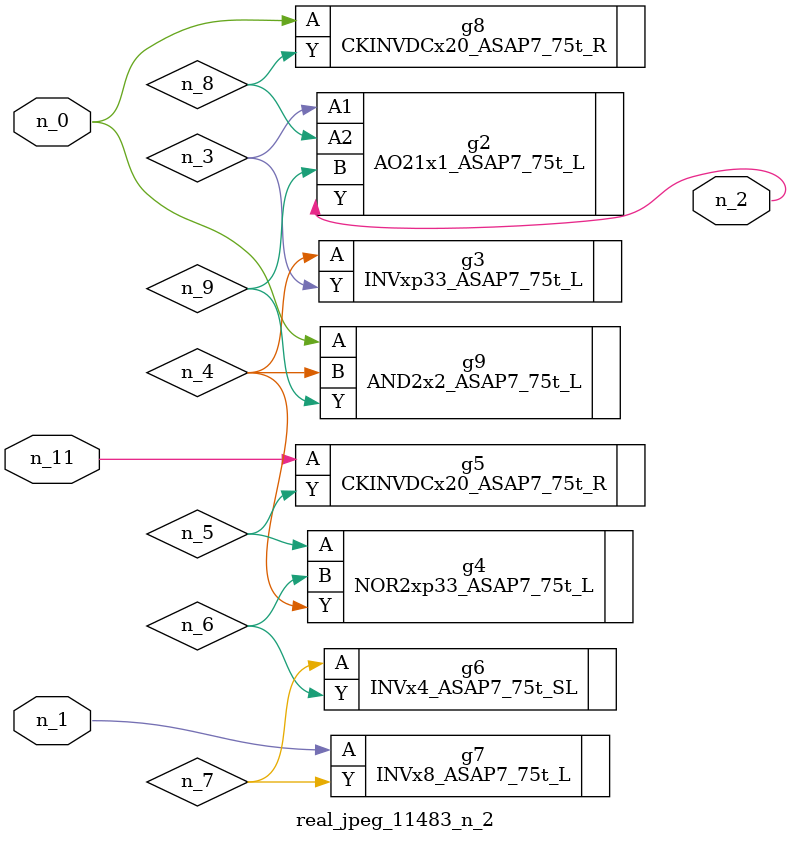
<source format=v>
module real_jpeg_11483_n_2 (n_1, n_11, n_0, n_2);

input n_1;
input n_11;
input n_0;

output n_2;

wire n_5;
wire n_8;
wire n_4;
wire n_6;
wire n_7;
wire n_3;
wire n_9;

CKINVDCx20_ASAP7_75t_R g8 ( 
.A(n_0),
.Y(n_8)
);

AND2x2_ASAP7_75t_L g9 ( 
.A(n_0),
.B(n_4),
.Y(n_9)
);

INVx8_ASAP7_75t_L g7 ( 
.A(n_1),
.Y(n_7)
);

AO21x1_ASAP7_75t_L g2 ( 
.A1(n_3),
.A2(n_8),
.B(n_9),
.Y(n_2)
);

INVxp33_ASAP7_75t_L g3 ( 
.A(n_4),
.Y(n_3)
);

NOR2xp33_ASAP7_75t_L g4 ( 
.A(n_5),
.B(n_6),
.Y(n_4)
);

INVx4_ASAP7_75t_SL g6 ( 
.A(n_7),
.Y(n_6)
);

CKINVDCx20_ASAP7_75t_R g5 ( 
.A(n_11),
.Y(n_5)
);


endmodule
</source>
